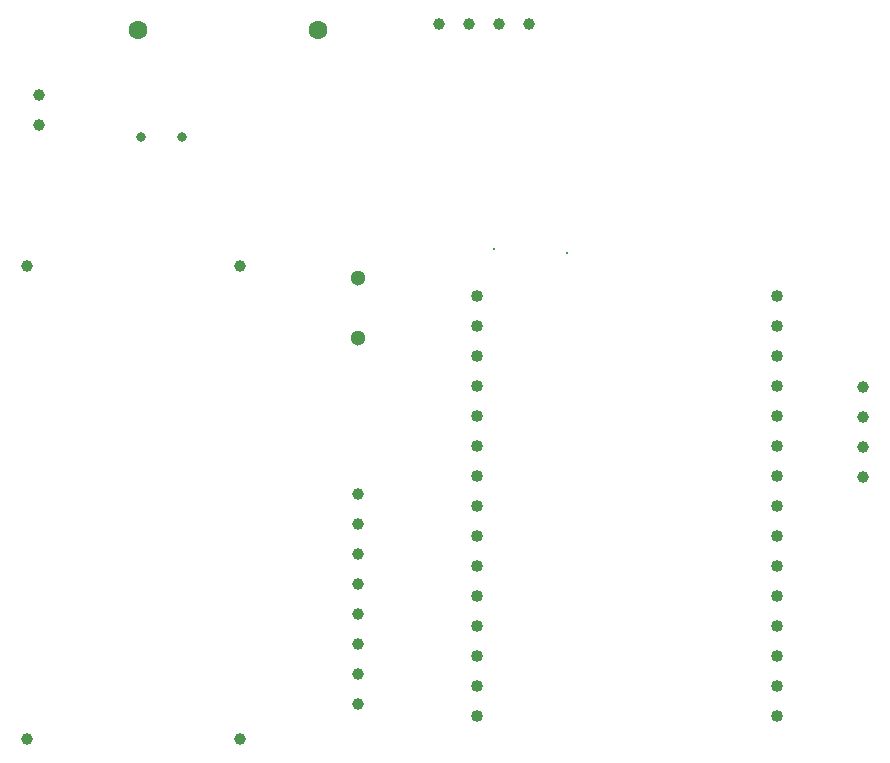
<source format=gbr>
%TF.GenerationSoftware,KiCad,Pcbnew,9.0.4*%
%TF.CreationDate,2025-11-03T20:32:59+05:30*%
%TF.ProjectId,BikeSSv2,42696b65-5353-4763-922e-6b696361645f,rev?*%
%TF.SameCoordinates,Original*%
%TF.FileFunction,Plated,1,2,PTH,Drill*%
%TF.FilePolarity,Positive*%
%FSLAX46Y46*%
G04 Gerber Fmt 4.6, Leading zero omitted, Abs format (unit mm)*
G04 Created by KiCad (PCBNEW 9.0.4) date 2025-11-03 20:32:59*
%MOMM*%
%LPD*%
G01*
G04 APERTURE LIST*
%TA.AperFunction,ViaDrill*%
%ADD10C,0.300000*%
%TD*%
%TA.AperFunction,ComponentDrill*%
%ADD11C,0.800000*%
%TD*%
%TA.AperFunction,ComponentDrill*%
%ADD12C,1.000000*%
%TD*%
%TA.AperFunction,ComponentDrill*%
%ADD13C,1.020000*%
%TD*%
%TA.AperFunction,ComponentDrill*%
%ADD14C,1.300000*%
%TD*%
%TA.AperFunction,ComponentDrill*%
%ADD15C,1.600000*%
%TD*%
G04 APERTURE END LIST*
D10*
X104000000Y-102000000D03*
X110200000Y-102400000D03*
D11*
%TO.C,C101*%
X74152651Y-92500000D03*
X77652651Y-92500000D03*
D12*
%TO.C,J106*%
X64500000Y-103500000D03*
%TO.C,J108*%
X64500000Y-143500000D03*
%TO.C,J101*%
X65500000Y-89000000D03*
X65500000Y-91500000D03*
%TO.C,J102*%
X82500000Y-103500000D03*
%TO.C,J103*%
X82500000Y-143500000D03*
%TO.C,J104*%
X92500000Y-122760000D03*
X92500000Y-125300000D03*
X92500000Y-127840000D03*
X92500000Y-130380000D03*
X92500000Y-132920000D03*
X92500000Y-135460000D03*
X92500000Y-138000000D03*
X92500000Y-140540000D03*
%TO.C,J107*%
X99380000Y-83000000D03*
X101920000Y-83000000D03*
X104460000Y-83000000D03*
X107000000Y-83000000D03*
%TO.C,J105*%
X135275000Y-113700000D03*
X135275000Y-116240000D03*
X135275000Y-118780000D03*
X135275000Y-121320000D03*
D13*
%TO.C,U101*%
X102580000Y-105960000D03*
X102580000Y-108500000D03*
X102580000Y-111040000D03*
X102580000Y-113580000D03*
X102580000Y-116120000D03*
X102580000Y-118660000D03*
X102580000Y-121200000D03*
X102580000Y-123740000D03*
X102580000Y-126280000D03*
X102580000Y-128820000D03*
X102580000Y-131360000D03*
X102580000Y-133900000D03*
X102580000Y-136440000D03*
X102580000Y-138980000D03*
X102580000Y-141520000D03*
X127980000Y-105960000D03*
X127980000Y-108500000D03*
X127980000Y-111040000D03*
X127980000Y-113580000D03*
X127980000Y-116120000D03*
X127980000Y-118660000D03*
X127980000Y-121200000D03*
X127980000Y-123740000D03*
X127980000Y-126280000D03*
X127980000Y-128820000D03*
X127980000Y-131360000D03*
X127980000Y-133900000D03*
X127980000Y-136440000D03*
X127980000Y-138980000D03*
X127980000Y-141520000D03*
D14*
%TO.C,TP101*%
X92500000Y-104460000D03*
X92500000Y-109540000D03*
D15*
%TO.C,D101*%
X73880000Y-83500000D03*
X89120000Y-83500000D03*
M02*

</source>
